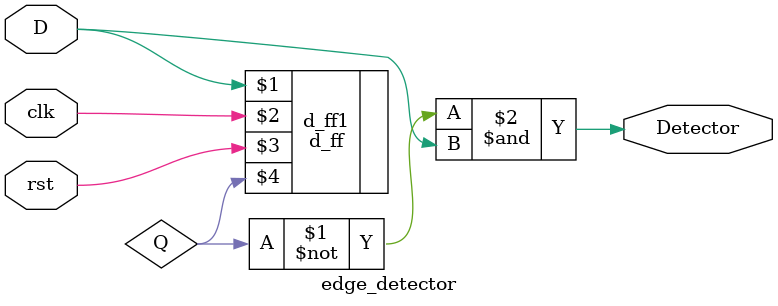
<source format=v>
`timescale 1ns / 1ps


module edge_detector(input clk,rst,D, output Detector);
   wire Q;
  
   and A1(Detector,~Q,D);
  
  ////Instantiation
 d_ff d_ff1(D,clk,rst,Q);
  
 endmodule  


</source>
